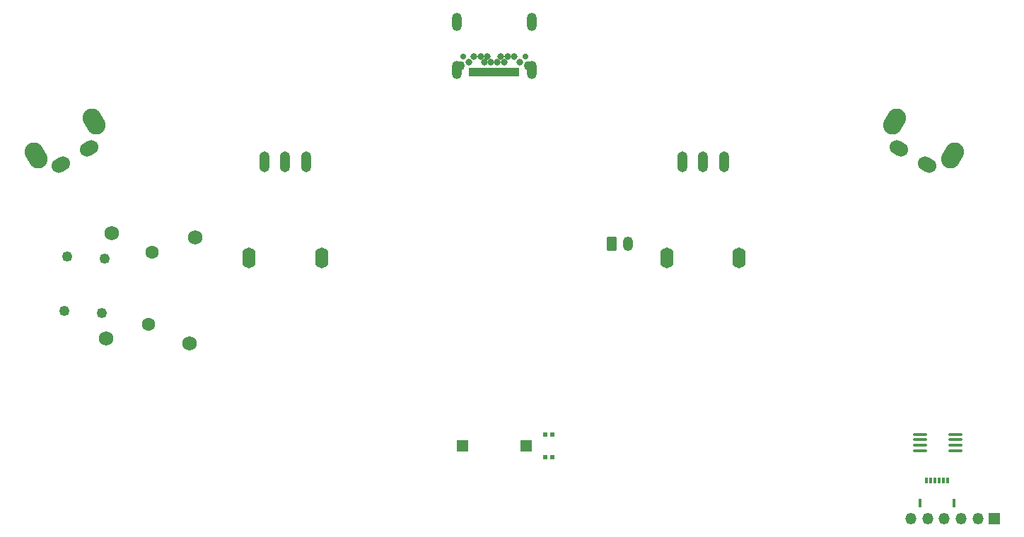
<source format=gbr>
%TF.GenerationSoftware,KiCad,Pcbnew,7.0.6*%
%TF.CreationDate,2024-03-06T23:43:00-08:00*%
%TF.ProjectId,UGC_Main,5547435f-4d61-4696-9e2e-6b696361645f,rev?*%
%TF.SameCoordinates,Original*%
%TF.FileFunction,Soldermask,Bot*%
%TF.FilePolarity,Negative*%
%FSLAX46Y46*%
G04 Gerber Fmt 4.6, Leading zero omitted, Abs format (unit mm)*
G04 Created by KiCad (PCBNEW 7.0.6) date 2024-03-06 23:43:00*
%MOMM*%
%LPD*%
G01*
G04 APERTURE LIST*
G04 Aperture macros list*
%AMRoundRect*
0 Rectangle with rounded corners*
0 $1 Rounding radius*
0 $2 $3 $4 $5 $6 $7 $8 $9 X,Y pos of 4 corners*
0 Add a 4 corners polygon primitive as box body*
4,1,4,$2,$3,$4,$5,$6,$7,$8,$9,$2,$3,0*
0 Add four circle primitives for the rounded corners*
1,1,$1+$1,$2,$3*
1,1,$1+$1,$4,$5*
1,1,$1+$1,$6,$7*
1,1,$1+$1,$8,$9*
0 Add four rect primitives between the rounded corners*
20,1,$1+$1,$2,$3,$4,$5,0*
20,1,$1+$1,$4,$5,$6,$7,0*
20,1,$1+$1,$6,$7,$8,$9,0*
20,1,$1+$1,$8,$9,$2,$3,0*%
%AMHorizOval*
0 Thick line with rounded ends*
0 $1 width*
0 $2 $3 position (X,Y) of the first rounded end (center of the circle)*
0 $4 $5 position (X,Y) of the second rounded end (center of the circle)*
0 Add line between two ends*
20,1,$1,$2,$3,$4,$5,0*
0 Add two circle primitives to create the rounded ends*
1,1,$1,$2,$3*
1,1,$1,$4,$5*%
G04 Aperture macros list end*
%ADD10C,1.750000*%
%ADD11C,1.600000*%
%ADD12C,1.250000*%
%ADD13HorizOval,2.250000X-0.250000X0.433013X0.250000X-0.433013X0*%
%ADD14HorizOval,1.700000X0.259808X0.150000X-0.259808X-0.150000X0*%
%ADD15HorizOval,2.250000X-0.250000X-0.433013X0.250000X0.433013X0*%
%ADD16HorizOval,1.700000X0.259808X-0.150000X-0.259808X0.150000X0*%
%ADD17R,1.350000X1.350000*%
%ADD18O,1.350000X1.350000*%
%ADD19R,0.500000X0.550000*%
%ADD20R,0.300000X0.700000*%
%ADD21R,0.300000X1.000000*%
%ADD22O,1.250000X2.500000*%
%ADD23O,1.600000X2.500000*%
%ADD24RoundRect,0.250000X-0.350000X-0.625000X0.350000X-0.625000X0.350000X0.625000X-0.350000X0.625000X0*%
%ADD25O,1.200000X1.750000*%
%ADD26C,0.700000*%
%ADD27RoundRect,0.102000X-0.175000X0.445000X-0.175000X-0.445000X0.175000X-0.445000X0.175000X0.445000X0*%
%ADD28C,0.804000*%
%ADD29O,1.204000X2.204000*%
%ADD30C,1.104000*%
%ADD31RoundRect,0.100000X0.712500X0.100000X-0.712500X0.100000X-0.712500X-0.100000X0.712500X-0.100000X0*%
G04 APERTURE END LIST*
D10*
%TO.C,SW6*%
X172671539Y-110006388D03*
X172009489Y-122639052D03*
D11*
X177558707Y-112290293D03*
X177108617Y-120878507D03*
D10*
X182657835Y-110529748D03*
X181995785Y-123162412D03*
D12*
X171861497Y-113043156D03*
X171521313Y-119534248D03*
X167367664Y-112807644D03*
X167027480Y-119298736D03*
%TD*%
D13*
%TO.C,SW7*%
X163618112Y-100644336D03*
X170546316Y-96644336D03*
D14*
X166643465Y-101784400D03*
X170020963Y-99834400D03*
%TD*%
D15*
%TO.C,SW8*%
X266420998Y-96644336D03*
X273349202Y-100644336D03*
D16*
X266946351Y-99834400D03*
X270323849Y-101784400D03*
%TD*%
D17*
%TO.C,J4*%
X278380200Y-144195800D03*
D18*
X276380200Y-144195800D03*
X274380200Y-144195800D03*
X272380200Y-144195800D03*
X270380200Y-144195800D03*
X268380200Y-144195800D03*
%TD*%
D17*
%TO.C,SW14*%
X222283657Y-135484400D03*
X214683657Y-135484400D03*
%TD*%
D19*
%TO.C,SW15*%
X225440000Y-136795000D03*
X224640000Y-136795000D03*
X225440000Y-134145000D03*
X224640000Y-134145000D03*
%TD*%
D20*
%TO.C,J13*%
X272740173Y-139656580D03*
X272240173Y-139656580D03*
X271740173Y-139656580D03*
X271240173Y-139656580D03*
X270740173Y-139656580D03*
X270240173Y-139656580D03*
D21*
X273530173Y-142306580D03*
X269450173Y-142306580D03*
%TD*%
D22*
%TO.C,RV2*%
X243483657Y-101434400D03*
X240983657Y-101434400D03*
X245983657Y-101434400D03*
D23*
X247833657Y-112934400D03*
X239133657Y-112934400D03*
%TD*%
D24*
%TO.C,B1*%
X232547596Y-111285471D03*
D25*
X234547596Y-111285471D03*
%TD*%
D26*
%TO.C,J5*%
X214758635Y-88804400D03*
X222208635Y-88804400D03*
D27*
X215733635Y-90709400D03*
X216233635Y-90709400D03*
X216733635Y-90709400D03*
X217233635Y-90709400D03*
X217733635Y-90709400D03*
X218233635Y-90709400D03*
X218733635Y-90709400D03*
X219233635Y-90709400D03*
X219733635Y-90709400D03*
X220233635Y-90709400D03*
X220733635Y-90709400D03*
X221233635Y-90709400D03*
D28*
X221533635Y-89504400D03*
X220883635Y-88804400D03*
X220083635Y-88804400D03*
X219683635Y-89504400D03*
X219283635Y-88804400D03*
X218883635Y-89504400D03*
X218083635Y-89504400D03*
X217683635Y-88804400D03*
X217283635Y-89504400D03*
X216883635Y-88804400D03*
X216083635Y-88804400D03*
X215433635Y-89504400D03*
D29*
X213983635Y-84704400D03*
D30*
X214433635Y-89904400D03*
D29*
X213983635Y-90454400D03*
X222983635Y-84704400D03*
D30*
X222533635Y-89904400D03*
D29*
X222983635Y-90454400D03*
%TD*%
D31*
%TO.C,U7*%
X273740100Y-134102200D03*
X273740100Y-134752200D03*
X273740100Y-135402200D03*
X273740100Y-136052200D03*
X269515100Y-136052200D03*
X269515100Y-135402200D03*
X269515100Y-134752200D03*
X269515100Y-134102200D03*
%TD*%
D22*
%TO.C,RV1*%
X193483657Y-101434400D03*
X190983657Y-101434400D03*
X195983657Y-101434400D03*
D23*
X197833657Y-112934400D03*
X189133657Y-112934400D03*
%TD*%
M02*

</source>
